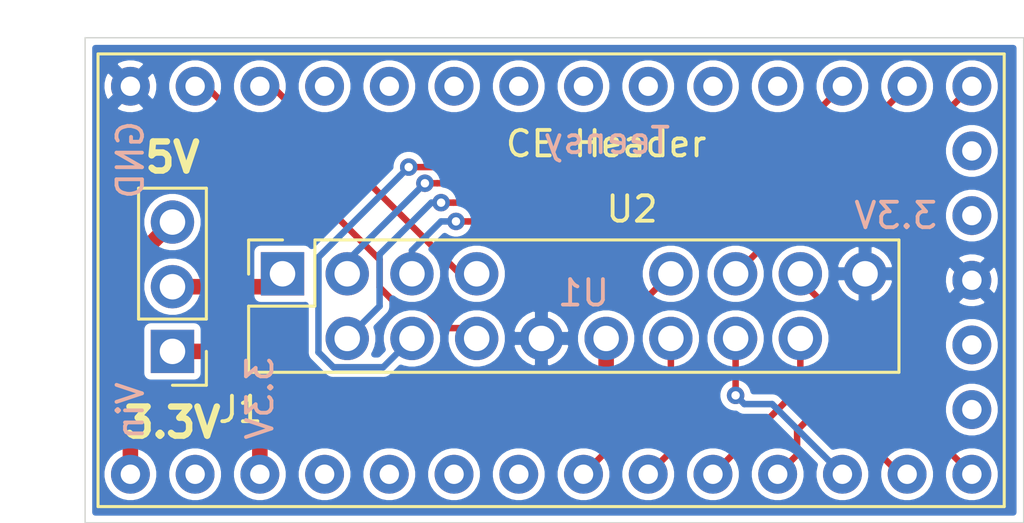
<source format=kicad_pcb>
(kicad_pcb (version 20171130) (host pcbnew 5.1.5)

  (general
    (thickness 1.6)
    (drawings 8)
    (tracks 85)
    (zones 0)
    (modules 3)
    (nets 34)
  )

  (page A4)
  (layers
    (0 F.Cu signal)
    (31 B.Cu signal)
    (32 B.Adhes user)
    (33 F.Adhes user)
    (34 B.Paste user)
    (35 F.Paste user)
    (36 B.SilkS user)
    (37 F.SilkS user)
    (38 B.Mask user)
    (39 F.Mask user)
    (40 Dwgs.User user)
    (41 Cmts.User user)
    (42 Eco1.User user)
    (43 Eco2.User user)
    (44 Edge.Cuts user)
    (45 Margin user)
    (46 B.CrtYd user)
    (47 F.CrtYd user)
    (48 B.Fab user)
    (49 F.Fab user)
  )

  (setup
    (last_trace_width 0.254)
    (user_trace_width 0.6096)
    (trace_clearance 0.1524)
    (zone_clearance 0.254)
    (zone_45_only no)
    (trace_min 0.254)
    (via_size 0.6858)
    (via_drill 0.3302)
    (via_min_size 0.6858)
    (via_min_drill 0.3302)
    (uvia_size 0.3)
    (uvia_drill 0.1)
    (uvias_allowed no)
    (uvia_min_size 0.2)
    (uvia_min_drill 0.1)
    (edge_width 0.05)
    (segment_width 0.2)
    (pcb_text_width 0.3)
    (pcb_text_size 1.5 1.5)
    (mod_edge_width 0.12)
    (mod_text_size 1 1)
    (mod_text_width 0.15)
    (pad_size 1.524 1.524)
    (pad_drill 0.762)
    (pad_to_mask_clearance 0.051)
    (solder_mask_min_width 0.25)
    (aux_axis_origin 0 0)
    (visible_elements FFFFFF7F)
    (pcbplotparams
      (layerselection 0x010fc_ffffffff)
      (usegerberextensions false)
      (usegerberattributes false)
      (usegerberadvancedattributes false)
      (creategerberjobfile false)
      (excludeedgelayer true)
      (linewidth 0.100000)
      (plotframeref false)
      (viasonmask false)
      (mode 1)
      (useauxorigin false)
      (hpglpennumber 1)
      (hpglpenspeed 20)
      (hpglpendiameter 15.000000)
      (psnegative false)
      (psa4output false)
      (plotreference true)
      (plotvalue false)
      (plotinvisibletext false)
      (padsonsilk false)
      (subtractmaskfromsilk false)
      (outputformat 1)
      (mirror false)
      (drillshape 0)
      (scaleselection 1)
      (outputdirectory "GERBERS/"))
  )

  (net 0 "")
  (net 1 /3.3V)
  (net 2 "Net-(J1-Pad2)")
  (net 3 /5V)
  (net 4 /DEVICE_TX)
  (net 5 /DEVICE_RX)
  (net 6 /GND)
  (net 7 "Net-(U1-Pad4)")
  (net 8 "Net-(U1-Pad5)")
  (net 9 "Net-(U1-Pad6)")
  (net 10 "Net-(U1-Pad7)")
  (net 11 "Net-(U1-Pad8)")
  (net 12 "Net-(U1-Pad9)")
  (net 13 "Net-(U1-Pad10)")
  (net 14 "Net-(U1-Pad11)")
  (net 15 /SPI_CS)
  (net 16 /SPI_MOSI)
  (net 17 /SPI_MISO)
  (net 18 "Net-(U1-Pad15)")
  (net 19 "Net-(U1-Pad16)")
  (net 20 "Net-(U1-Pad18)")
  (net 21 "Net-(U1-Pad19)")
  (net 22 /SPI_CLK)
  (net 23 /AIO_0)
  (net 24 /AIO_1)
  (net 25 /AIO_2)
  (net 26 /AIO_3)
  (net 27 /I2C_SDAT)
  (net 28 /I2C_SCLK)
  (net 29 "Net-(U1-Pad27)")
  (net 30 "Net-(U1-Pad28)")
  (net 31 "Net-(U1-Pad29)")
  (net 32 "Net-(U1-Pad30)")
  (net 33 "Net-(U1-Pad32)")

  (net_class Default "This is the default net class."
    (clearance 0.1524)
    (trace_width 0.254)
    (via_dia 0.6858)
    (via_drill 0.3302)
    (uvia_dia 0.3)
    (uvia_drill 0.1)
    (diff_pair_width 0.254)
    (diff_pair_gap 0.254)
    (add_net /3.3V)
    (add_net /5V)
    (add_net /AIO_0)
    (add_net /AIO_1)
    (add_net /AIO_2)
    (add_net /AIO_3)
    (add_net /DEVICE_RX)
    (add_net /DEVICE_TX)
    (add_net /GND)
    (add_net /I2C_SCLK)
    (add_net /I2C_SDAT)
    (add_net /SPI_CLK)
    (add_net /SPI_CS)
    (add_net /SPI_MISO)
    (add_net /SPI_MOSI)
    (add_net "Net-(J1-Pad2)")
    (add_net "Net-(U1-Pad10)")
    (add_net "Net-(U1-Pad11)")
    (add_net "Net-(U1-Pad15)")
    (add_net "Net-(U1-Pad16)")
    (add_net "Net-(U1-Pad18)")
    (add_net "Net-(U1-Pad19)")
    (add_net "Net-(U1-Pad27)")
    (add_net "Net-(U1-Pad28)")
    (add_net "Net-(U1-Pad29)")
    (add_net "Net-(U1-Pad30)")
    (add_net "Net-(U1-Pad32)")
    (add_net "Net-(U1-Pad4)")
    (add_net "Net-(U1-Pad5)")
    (add_net "Net-(U1-Pad6)")
    (add_net "Net-(U1-Pad7)")
    (add_net "Net-(U1-Pad8)")
    (add_net "Net-(U1-Pad9)")
  )

  (module teensy-breakout:TEENSY_3.2 (layer F.Cu) (tedit 5E3ED91B) (tstamp 5E3F600A)
    (at 145.923 83.185)
    (path /5E4C5F79)
    (fp_text reference U1 (at 0 0.5) (layer B.SilkS)
      (effects (font (size 1 1) (thickness 0.15)) (justify mirror))
    )
    (fp_text value TEENSY_3.2 (at 0 -10.16) (layer F.Fab)
      (effects (font (size 1 1) (thickness 0.15)))
    )
    (fp_line (start 16.51 -8.89) (end 16.51 8.89) (layer F.SilkS) (width 0.12))
    (fp_line (start -19.05 8.89) (end -19.05 -8.89) (layer F.SilkS) (width 0.12))
    (fp_line (start -19.05 -8.89) (end 16.51 -8.89) (layer F.SilkS) (width 0.12))
    (fp_line (start 16.51 8.89) (end -19.05 8.89) (layer F.SilkS) (width 0.12))
    (fp_text user GND (at -17.78 -6.35 90) (layer B.SilkS)
      (effects (font (size 1 1) (thickness 0.15)) (justify left mirror))
    )
    (fp_text user Vin (at -17.78 6.35 90) (layer B.SilkS)
      (effects (font (size 1 1) (thickness 0.15)) (justify right mirror))
    )
    (fp_text user 3.3V (at -12.7 6.35 90) (layer B.SilkS)
      (effects (font (size 1 1) (thickness 0.15)) (justify right mirror))
    )
    (fp_text user 3.3V (at 13.97 -2.54) (layer B.SilkS)
      (effects (font (size 1 1) (thickness 0.15)) (justify left mirror))
    )
    (pad 1 thru_hole circle (at -17.78 -7.62) (size 1.524 1.524) (drill 0.762) (layers *.Cu *.Mask)
      (net 6 /GND))
    (pad 2 thru_hole circle (at -15.24 -7.62) (size 1.524 1.524) (drill 0.762) (layers *.Cu *.Mask)
      (net 4 /DEVICE_TX))
    (pad 3 thru_hole circle (at -12.7 -7.62) (size 1.524 1.524) (drill 0.762) (layers *.Cu *.Mask)
      (net 5 /DEVICE_RX))
    (pad 4 thru_hole circle (at -10.16 -7.62) (size 1.524 1.524) (drill 0.762) (layers *.Cu *.Mask)
      (net 7 "Net-(U1-Pad4)"))
    (pad 5 thru_hole circle (at -7.62 -7.62) (size 1.524 1.524) (drill 0.762) (layers *.Cu *.Mask)
      (net 8 "Net-(U1-Pad5)"))
    (pad 6 thru_hole circle (at -5.08 -7.62) (size 1.524 1.524) (drill 0.762) (layers *.Cu *.Mask)
      (net 9 "Net-(U1-Pad6)"))
    (pad 7 thru_hole circle (at -2.54 -7.62) (size 1.524 1.524) (drill 0.762) (layers *.Cu *.Mask)
      (net 10 "Net-(U1-Pad7)"))
    (pad 8 thru_hole circle (at 0 -7.62) (size 1.524 1.524) (drill 0.762) (layers *.Cu *.Mask)
      (net 11 "Net-(U1-Pad8)"))
    (pad 9 thru_hole circle (at 2.54 -7.62) (size 1.524 1.524) (drill 0.762) (layers *.Cu *.Mask)
      (net 12 "Net-(U1-Pad9)"))
    (pad 10 thru_hole circle (at 5.08 -7.62) (size 1.524 1.524) (drill 0.762) (layers *.Cu *.Mask)
      (net 13 "Net-(U1-Pad10)"))
    (pad 11 thru_hole circle (at 7.62 -7.62) (size 1.524 1.524) (drill 0.762) (layers *.Cu *.Mask)
      (net 14 "Net-(U1-Pad11)"))
    (pad 12 thru_hole circle (at 10.16 -7.62) (size 1.524 1.524) (drill 0.762) (layers *.Cu *.Mask)
      (net 15 /SPI_CS))
    (pad 13 thru_hole circle (at 12.7 -7.62) (size 1.524 1.524) (drill 0.762) (layers *.Cu *.Mask)
      (net 16 /SPI_MOSI))
    (pad 14 thru_hole circle (at 15.24 -7.62) (size 1.524 1.524) (drill 0.762) (layers *.Cu *.Mask)
      (net 17 /SPI_MISO))
    (pad 15 thru_hole circle (at 15.24 -5.08) (size 1.524 1.524) (drill 0.762) (layers *.Cu *.Mask)
      (net 18 "Net-(U1-Pad15)"))
    (pad 16 thru_hole circle (at 15.24 -2.54) (size 1.524 1.524) (drill 0.762) (layers *.Cu *.Mask)
      (net 19 "Net-(U1-Pad16)"))
    (pad 17 thru_hole circle (at 15.24 0) (size 1.524 1.524) (drill 0.762) (layers *.Cu *.Mask)
      (net 6 /GND))
    (pad 18 thru_hole circle (at 15.24 2.54) (size 1.524 1.524) (drill 0.762) (layers *.Cu *.Mask)
      (net 20 "Net-(U1-Pad18)"))
    (pad 19 thru_hole circle (at 15.24 5.08) (size 1.524 1.524) (drill 0.762) (layers *.Cu *.Mask)
      (net 21 "Net-(U1-Pad19)"))
    (pad 20 thru_hole circle (at 15.24 7.62) (size 1.524 1.524) (drill 0.762) (layers *.Cu *.Mask)
      (net 22 /SPI_CLK))
    (pad 21 thru_hole circle (at 12.7 7.62) (size 1.524 1.524) (drill 0.762) (layers *.Cu *.Mask)
      (net 23 /AIO_0))
    (pad 22 thru_hole circle (at 10.16 7.62) (size 1.524 1.524) (drill 0.762) (layers *.Cu *.Mask)
      (net 24 /AIO_1))
    (pad 23 thru_hole circle (at 7.62 7.62) (size 1.524 1.524) (drill 0.762) (layers *.Cu *.Mask)
      (net 25 /AIO_2))
    (pad 24 thru_hole circle (at 5.08 7.62) (size 1.524 1.524) (drill 0.762) (layers *.Cu *.Mask)
      (net 26 /AIO_3))
    (pad 25 thru_hole circle (at 2.54 7.62) (size 1.524 1.524) (drill 0.762) (layers *.Cu *.Mask)
      (net 27 /I2C_SDAT))
    (pad 26 thru_hole circle (at 0 7.62) (size 1.524 1.524) (drill 0.762) (layers *.Cu *.Mask)
      (net 28 /I2C_SCLK))
    (pad 27 thru_hole circle (at -2.54 7.62) (size 1.524 1.524) (drill 0.762) (layers *.Cu *.Mask)
      (net 29 "Net-(U1-Pad27)"))
    (pad 28 thru_hole circle (at -5.08 7.62) (size 1.524 1.524) (drill 0.762) (layers *.Cu *.Mask)
      (net 30 "Net-(U1-Pad28)"))
    (pad 29 thru_hole circle (at -7.62 7.62) (size 1.524 1.524) (drill 0.762) (layers *.Cu *.Mask)
      (net 31 "Net-(U1-Pad29)"))
    (pad 30 thru_hole circle (at -10.16 7.62) (size 1.524 1.524) (drill 0.762) (layers *.Cu *.Mask)
      (net 32 "Net-(U1-Pad30)"))
    (pad 31 thru_hole circle (at -12.7 7.62) (size 1.524 1.524) (drill 0.762) (layers *.Cu *.Mask)
      (net 1 /3.3V))
    (pad 32 thru_hole circle (at -15.24 7.62) (size 1.524 1.524) (drill 0.762) (layers *.Cu *.Mask)
      (net 33 "Net-(U1-Pad32)"))
    (pad 33 thru_hole circle (at -17.78 7.62) (size 1.524 1.524) (drill 0.762) (layers *.Cu *.Mask)
      (net 3 /5V))
  )

  (module ce-header:CE_Header_Converter (layer F.Cu) (tedit 5E3ED716) (tstamp 5E3F60D8)
    (at 134.112 85.471 90)
    (descr "Through hole straight pin header, 2x10, 2.54mm pitch, double rows")
    (tags "Through hole pin header THT 2x10 2.54mm double row")
    (path /5E4C70BC)
    (fp_text reference U2 (at 5.08 13.716 180) (layer F.SilkS)
      (effects (font (size 1 1) (thickness 0.15)))
    )
    (fp_text value CE_HEADER (at 1.27 25.19 90) (layer F.Fab)
      (effects (font (size 1 1) (thickness 0.15)))
    )
    (fp_text user %R (at 1.27 11.43) (layer F.Fab)
      (effects (font (size 1 1) (thickness 0.15)))
    )
    (fp_line (start 4.35 -1.8) (end -1.8 -1.8) (layer F.CrtYd) (width 0.05))
    (fp_line (start 4.35 24.65) (end 4.35 -1.8) (layer F.CrtYd) (width 0.05))
    (fp_line (start -1.8 24.65) (end 4.35 24.65) (layer F.CrtYd) (width 0.05))
    (fp_line (start -1.8 -1.8) (end -1.8 24.65) (layer F.CrtYd) (width 0.05))
    (fp_line (start 2.52826 -1.33) (end 3.85826 -1.33) (layer F.SilkS) (width 0.12))
    (fp_line (start 3.87 0) (end 3.87 -1.33) (layer F.SilkS) (width 0.12))
    (fp_line (start -1.32842 -1.33) (end 1.27158 -1.33) (layer F.SilkS) (width 0.12))
    (fp_line (start 1.27 1.27) (end 1.27 -1.33) (layer F.SilkS) (width 0.12))
    (fp_line (start 1.27 1.27) (end 3.81 1.27) (layer F.SilkS) (width 0.12))
    (fp_line (start 3.87 1.27) (end 3.87 24.19) (layer F.SilkS) (width 0.12))
    (fp_line (start -1.33 -1.33) (end -1.33 24.19) (layer F.SilkS) (width 0.12))
    (fp_line (start -1.33 24.19) (end 3.87 24.19) (layer F.SilkS) (width 0.12))
    (fp_line (start -1.27 24.13) (end -1.27 0) (layer F.Fab) (width 0.1))
    (fp_line (start 3.81 24.13) (end -1.27 24.13) (layer F.Fab) (width 0.1))
    (fp_line (start 3.81 0) (end 2.54 -1.27) (layer F.Fab) (width 0.12))
    (fp_line (start -1.27 0) (end -1.27 -1.27) (layer F.Fab) (width 0.12))
    (fp_line (start -1.27 -1.27) (end 0 -1.27) (layer F.Fab) (width 0.12))
    (fp_line (start 2.54 -1.27) (end 0 -1.27) (layer F.Fab) (width 0.12))
    (fp_line (start 3.81 0) (end 3.81 24.13) (layer F.Fab) (width 0.12))
    (pad 19 thru_hole oval (at 2.54 22.86 90) (size 1.7 1.7) (drill 1) (layers *.Cu *.Mask)
      (net 6 /GND))
    (pad 18 thru_hole oval (at 0 20.32 90) (size 1.7 1.7) (drill 1) (layers *.Cu *.Mask)
      (net 26 /AIO_3))
    (pad 17 thru_hole oval (at 2.54 20.32 90) (size 1.7 1.7) (drill 1) (layers *.Cu *.Mask)
      (net 25 /AIO_2))
    (pad 16 thru_hole oval (at 0 17.78 90) (size 1.7 1.7) (drill 1) (layers *.Cu *.Mask)
      (net 24 /AIO_1))
    (pad 15 thru_hole oval (at 2.54 17.78 90) (size 1.7 1.7) (drill 1) (layers *.Cu *.Mask)
      (net 23 /AIO_0))
    (pad 14 thru_hole oval (at 0 15.24 90) (size 1.7 1.7) (drill 1) (layers *.Cu *.Mask)
      (net 27 /I2C_SDAT))
    (pad 13 thru_hole oval (at 2.54 15.24 90) (size 1.7 1.7) (drill 1) (layers *.Cu *.Mask)
      (net 28 /I2C_SCLK))
    (pad 12 thru_hole oval (at 0 12.7 90) (size 1.7 1.7) (drill 1) (layers *.Cu *.Mask)
      (net 1 /3.3V))
    (pad 10 thru_hole oval (at 0 10.16 90) (size 1.7 1.7) (drill 1) (layers *.Cu *.Mask)
      (net 6 /GND))
    (pad 8 thru_hole oval (at 0 7.62 90) (size 1.7 1.7) (drill 1) (layers *.Cu *.Mask)
      (net 4 /DEVICE_TX))
    (pad 7 thru_hole oval (at 2.54 7.62 90) (size 1.7 1.7) (drill 1) (layers *.Cu *.Mask)
      (net 5 /DEVICE_RX))
    (pad 6 thru_hole oval (at 0 5.08 90) (size 1.7 1.7) (drill 1) (layers *.Cu *.Mask)
      (net 15 /SPI_CS))
    (pad 5 thru_hole oval (at 2.54 5.08 90) (size 1.7 1.7) (drill 1) (layers *.Cu *.Mask)
      (net 22 /SPI_CLK))
    (pad 4 thru_hole oval (at 0 2.54 90) (size 1.7 1.7) (drill 1) (layers *.Cu *.Mask)
      (net 17 /SPI_MISO))
    (pad 3 thru_hole oval (at 2.54 2.54 90) (size 1.7 1.7) (drill 1) (layers *.Cu *.Mask)
      (net 16 /SPI_MOSI))
    (pad 1 thru_hole rect (at 2.54 0 90) (size 1.7 1.7) (drill 1) (layers *.Cu *.Mask)
      (net 2 "Net-(J1-Pad2)"))
    (model ${KISYS3DMOD}/Connector_PinHeader_2.54mm.3dshapes/PinHeader_2x10_P2.54mm_Vertical.wrl
      (at (xyz 0 0 0))
      (scale (xyz 1 1 1))
      (rotate (xyz 0 0 0))
    )
  )

  (module Connector_PinHeader_2.54mm:PinHeader_1x03_P2.54mm_Vertical (layer F.Cu) (tedit 59FED5CC) (tstamp 5E3F4BE3)
    (at 129.794 85.979 180)
    (descr "Through hole straight pin header, 1x03, 2.54mm pitch, single row")
    (tags "Through hole pin header THT 1x03 2.54mm single row")
    (path /5E3ECD4D)
    (fp_text reference J1 (at -2.667 -2.286) (layer F.SilkS)
      (effects (font (size 1 1) (thickness 0.15)))
    )
    (fp_text value Conn_01x03_Male (at 0 7.41) (layer F.Fab)
      (effects (font (size 1 1) (thickness 0.15)))
    )
    (fp_line (start -0.635 -1.27) (end 1.27 -1.27) (layer F.Fab) (width 0.1))
    (fp_line (start 1.27 -1.27) (end 1.27 6.35) (layer F.Fab) (width 0.1))
    (fp_line (start 1.27 6.35) (end -1.27 6.35) (layer F.Fab) (width 0.1))
    (fp_line (start -1.27 6.35) (end -1.27 -0.635) (layer F.Fab) (width 0.1))
    (fp_line (start -1.27 -0.635) (end -0.635 -1.27) (layer F.Fab) (width 0.1))
    (fp_line (start -1.33 6.41) (end 1.33 6.41) (layer F.SilkS) (width 0.12))
    (fp_line (start -1.33 1.27) (end -1.33 6.41) (layer F.SilkS) (width 0.12))
    (fp_line (start 1.33 1.27) (end 1.33 6.41) (layer F.SilkS) (width 0.12))
    (fp_line (start -1.33 1.27) (end 1.33 1.27) (layer F.SilkS) (width 0.12))
    (fp_line (start -1.33 0) (end -1.33 -1.33) (layer F.SilkS) (width 0.12))
    (fp_line (start -1.33 -1.33) (end 0 -1.33) (layer F.SilkS) (width 0.12))
    (fp_line (start -1.8 -1.8) (end -1.8 6.85) (layer F.CrtYd) (width 0.05))
    (fp_line (start -1.8 6.85) (end 1.8 6.85) (layer F.CrtYd) (width 0.05))
    (fp_line (start 1.8 6.85) (end 1.8 -1.8) (layer F.CrtYd) (width 0.05))
    (fp_line (start 1.8 -1.8) (end -1.8 -1.8) (layer F.CrtYd) (width 0.05))
    (fp_text user %R (at 0 2.54 90) (layer F.Fab)
      (effects (font (size 1 1) (thickness 0.15)))
    )
    (pad 1 thru_hole rect (at 0 0 180) (size 1.7 1.7) (drill 1) (layers *.Cu *.Mask)
      (net 1 /3.3V))
    (pad 2 thru_hole oval (at 0 2.54 180) (size 1.7 1.7) (drill 1) (layers *.Cu *.Mask)
      (net 2 "Net-(J1-Pad2)"))
    (pad 3 thru_hole oval (at 0 5.08 180) (size 1.7 1.7) (drill 1) (layers *.Cu *.Mask)
      (net 3 /5V))
    (model ${KISYS3DMOD}/Connector_PinHeader_2.54mm.3dshapes/PinHeader_1x03_P2.54mm_Vertical.wrl
      (at (xyz 0 0 0))
      (scale (xyz 1 1 1))
      (rotate (xyz 0 0 0))
    )
  )

  (gr_text Teensy (at 146.8374 77.6986) (layer B.SilkS)
    (effects (font (size 1 1) (thickness 0.15)) (justify mirror))
  )
  (gr_text "CE Header" (at 146.812 77.8256) (layer F.SilkS)
    (effects (font (size 1 1) (thickness 0.15)))
  )
  (gr_line (start 126.365 92.71) (end 126.365 73.66) (layer Edge.Cuts) (width 0.05) (tstamp 5E3F76A3))
  (gr_line (start 163.195 92.71) (end 126.365 92.71) (layer Edge.Cuts) (width 0.05))
  (gr_line (start 163.195 73.66) (end 163.195 92.71) (layer Edge.Cuts) (width 0.05))
  (gr_line (start 126.365 73.66) (end 163.195 73.66) (layer Edge.Cuts) (width 0.05))
  (gr_text 3.3V (at 129.794 88.773) (layer F.SilkS)
    (effects (font (size 1.143 1.143) (thickness 0.254)))
  )
  (gr_text 5V (at 129.794 78.359) (layer F.SilkS)
    (effects (font (size 1.143 1.143) (thickness 0.254)))
  )

  (segment (start 133.223 89.72737) (end 133.223 90.805) (width 0.6096) (layer F.Cu) (net 1))
  (segment (start 133.223 87.9484) (end 133.223 89.72737) (width 0.6096) (layer F.Cu) (net 1))
  (segment (start 131.2536 85.979) (end 133.223 87.9484) (width 0.6096) (layer F.Cu) (net 1))
  (segment (start 129.794 85.979) (end 131.2536 85.979) (width 0.6096) (layer F.Cu) (net 1))
  (segment (start 146.812 86.673081) (end 145.536681 87.9484) (width 0.6096) (layer F.Cu) (net 1))
  (segment (start 145.536681 87.9484) (end 133.223 87.9484) (width 0.6096) (layer F.Cu) (net 1))
  (segment (start 146.812 85.471) (end 146.812 86.673081) (width 0.6096) (layer F.Cu) (net 1))
  (segment (start 133.604 83.439) (end 134.112 82.931) (width 0.6096) (layer F.Cu) (net 2))
  (segment (start 129.794 83.439) (end 133.604 83.439) (width 0.6096) (layer F.Cu) (net 2))
  (segment (start 128.143 82.55) (end 128.143 90.805) (width 0.6096) (layer F.Cu) (net 3))
  (segment (start 129.794 80.899) (end 128.143 82.55) (width 0.6096) (layer F.Cu) (net 3))
  (segment (start 131.1148 75.565) (end 130.683 75.565) (width 0.254) (layer F.Cu) (net 4))
  (segment (start 137.922 82.3722) (end 131.1148 75.565) (width 0.254) (layer F.Cu) (net 4))
  (segment (start 140.4874 85.0646) (end 139.6238 84.201) (width 0.254) (layer F.Cu) (net 4))
  (segment (start 138.6586 84.201) (end 137.922 83.4644) (width 0.254) (layer F.Cu) (net 4))
  (segment (start 137.922 83.4644) (end 137.922 82.3722) (width 0.254) (layer F.Cu) (net 4))
  (segment (start 141.3256 85.0646) (end 140.4874 85.0646) (width 0.254) (layer F.Cu) (net 4))
  (segment (start 141.732 85.471) (end 141.3256 85.0646) (width 0.254) (layer F.Cu) (net 4))
  (segment (start 139.6238 84.201) (end 138.6586 84.201) (width 0.254) (layer F.Cu) (net 4))
  (segment (start 133.459 75.801) (end 133.223 75.565) (width 0.254) (layer F.Cu) (net 5))
  (segment (start 141.0716 82.931) (end 141.732 82.931) (width 0.254) (layer F.Cu) (net 5))
  (segment (start 133.223 75.565) (end 133.7056 75.565) (width 0.254) (layer F.Cu) (net 5))
  (segment (start 133.7056 75.565) (end 141.0716 82.931) (width 0.254) (layer F.Cu) (net 5))
  (via (at 139.065001 78.74) (size 0.6858) (drill 0.3302) (layers F.Cu B.Cu) (net 15))
  (segment (start 135.522599 86.013113) (end 135.522599 82.282402) (width 0.254) (layer B.Cu) (net 15))
  (segment (start 138.722102 79.082899) (end 139.065001 78.74) (width 0.254) (layer B.Cu) (net 15))
  (segment (start 152.908 78.74) (end 139.549934 78.74) (width 0.254) (layer F.Cu) (net 15))
  (segment (start 139.192 85.471) (end 138.062599 86.600401) (width 0.254) (layer B.Cu) (net 15))
  (segment (start 156.083 75.565) (end 152.908 78.74) (width 0.254) (layer F.Cu) (net 15))
  (segment (start 139.549934 78.74) (end 139.065001 78.74) (width 0.254) (layer F.Cu) (net 15))
  (segment (start 135.522599 82.282402) (end 138.722102 79.082899) (width 0.254) (layer B.Cu) (net 15))
  (segment (start 136.109887 86.600401) (end 135.522599 86.013113) (width 0.254) (layer B.Cu) (net 15))
  (segment (start 138.062599 86.600401) (end 136.109887 86.600401) (width 0.254) (layer B.Cu) (net 15))
  (segment (start 154.813 79.375) (end 140.184933 79.375) (width 0.254) (layer F.Cu) (net 16))
  (segment (start 158.623 75.565) (end 154.813 79.375) (width 0.254) (layer F.Cu) (net 16))
  (segment (start 140.184933 79.375) (end 139.7 79.375) (width 0.254) (layer F.Cu) (net 16))
  (via (at 139.7 79.375) (size 0.6858) (drill 0.3302) (layers F.Cu B.Cu) (net 16))
  (segment (start 136.652 82.423) (end 139.7 79.375) (width 0.254) (layer B.Cu) (net 16))
  (segment (start 136.652 82.931) (end 136.652 82.423) (width 0.254) (layer B.Cu) (net 16))
  (via (at 140.335 80.137004) (size 0.6858) (drill 0.3302) (layers F.Cu B.Cu) (net 17))
  (segment (start 161.163 75.565) (end 156.590996 80.137004) (width 0.254) (layer F.Cu) (net 17))
  (segment (start 156.590996 80.137004) (end 140.819933 80.137004) (width 0.254) (layer F.Cu) (net 17))
  (segment (start 140.819933 80.137004) (end 140.335 80.137004) (width 0.254) (layer F.Cu) (net 17))
  (segment (start 140.334996 80.137) (end 140.335 80.137004) (width 0.254) (layer B.Cu) (net 17))
  (segment (start 139.954 80.137) (end 140.334996 80.137) (width 0.254) (layer B.Cu) (net 17))
  (segment (start 137.922 82.169) (end 139.954 80.137) (width 0.254) (layer B.Cu) (net 17))
  (segment (start 136.652 85.471) (end 137.922 84.201) (width 0.254) (layer B.Cu) (net 17))
  (segment (start 137.922 84.201) (end 137.922 82.169) (width 0.254) (layer B.Cu) (net 17))
  (via (at 140.9192 80.8736) (size 0.6858) (drill 0.3302) (layers F.Cu B.Cu) (net 22))
  (segment (start 159.0548 88.6968) (end 159.0548 82.7024) (width 0.254) (layer F.Cu) (net 22))
  (segment (start 157.226 80.8736) (end 141.404133 80.8736) (width 0.254) (layer F.Cu) (net 22))
  (segment (start 159.0548 82.7024) (end 157.226 80.8736) (width 0.254) (layer F.Cu) (net 22))
  (segment (start 161.163 90.805) (end 159.0548 88.6968) (width 0.254) (layer F.Cu) (net 22))
  (segment (start 141.404133 80.8736) (end 140.9192 80.8736) (width 0.254) (layer F.Cu) (net 22))
  (segment (start 140.335 80.8736) (end 140.9192 80.8736) (width 0.254) (layer B.Cu) (net 22))
  (segment (start 139.192 82.931) (end 139.192 82.0166) (width 0.254) (layer B.Cu) (net 22))
  (segment (start 139.192 82.0166) (end 140.335 80.8736) (width 0.254) (layer B.Cu) (net 22))
  (segment (start 158.3436 90.805) (end 158.623 90.805) (width 0.254) (layer F.Cu) (net 23))
  (segment (start 157.2006 89.662) (end 158.3436 90.805) (width 0.254) (layer F.Cu) (net 23))
  (segment (start 157.2006 85.0138) (end 157.2006 89.662) (width 0.254) (layer F.Cu) (net 23))
  (segment (start 153.2128 81.6102) (end 155.0924 81.6102) (width 0.254) (layer F.Cu) (net 23))
  (segment (start 151.892 82.931) (end 153.2128 81.6102) (width 0.254) (layer F.Cu) (net 23))
  (segment (start 155.0924 81.6102) (end 155.702 82.2198) (width 0.254) (layer F.Cu) (net 23))
  (segment (start 155.702 82.2198) (end 155.702 83.5152) (width 0.254) (layer F.Cu) (net 23))
  (segment (start 155.702 83.5152) (end 157.2006 85.0138) (width 0.254) (layer F.Cu) (net 23))
  (segment (start 151.892 85.471) (end 151.892 87.7062) (width 0.254) (layer F.Cu) (net 24))
  (via (at 151.892 87.7062) (size 0.6858) (drill 0.3302) (layers F.Cu B.Cu) (net 24))
  (segment (start 155.321001 90.043001) (end 156.083 90.805) (width 0.254) (layer B.Cu) (net 24))
  (segment (start 153.327099 88.049099) (end 155.321001 90.043001) (width 0.254) (layer B.Cu) (net 24))
  (segment (start 152.234899 88.049099) (end 153.327099 88.049099) (width 0.254) (layer B.Cu) (net 24))
  (segment (start 151.892 87.7062) (end 152.234899 88.049099) (width 0.254) (layer B.Cu) (net 24))
  (segment (start 154.304999 90.043001) (end 153.543 90.805) (width 0.254) (layer F.Cu) (net 25))
  (segment (start 154.432 83.185) (end 156.2354 84.9884) (width 0.254) (layer F.Cu) (net 25))
  (segment (start 154.432 82.931) (end 154.432 83.185) (width 0.254) (layer F.Cu) (net 25))
  (segment (start 156.2354 84.9884) (end 156.2354 87.1474) (width 0.254) (layer F.Cu) (net 25))
  (segment (start 156.2354 87.1474) (end 154.304999 89.077801) (width 0.254) (layer F.Cu) (net 25))
  (segment (start 154.304999 89.077801) (end 154.304999 90.043001) (width 0.254) (layer F.Cu) (net 25))
  (segment (start 154.432 87.376) (end 154.432 85.471) (width 0.254) (layer F.Cu) (net 26))
  (segment (start 151.003 90.805) (end 154.432 87.376) (width 0.254) (layer F.Cu) (net 26))
  (segment (start 149.352 89.916) (end 148.463 90.805) (width 0.254) (layer F.Cu) (net 27))
  (segment (start 149.352 85.471) (end 149.352 89.916) (width 0.254) (layer F.Cu) (net 27))
  (segment (start 146.684999 90.043001) (end 145.923 90.805) (width 0.254) (layer F.Cu) (net 28))
  (segment (start 148.082 88.646) (end 146.684999 90.043001) (width 0.254) (layer F.Cu) (net 28))
  (segment (start 149.352 82.931) (end 148.082 84.201) (width 0.254) (layer F.Cu) (net 28))
  (segment (start 148.082 84.201) (end 148.082 88.646) (width 0.254) (layer F.Cu) (net 28))

  (zone (net 6) (net_name /GND) (layer B.Cu) (tstamp 5E3F0F39) (hatch edge 0.508)
    (connect_pads (clearance 0.254))
    (min_thickness 0.254)
    (fill yes (arc_segments 32) (thermal_gap 0.254) (thermal_bridge_width 0.508))
    (polygon
      (pts
        (xy 163.195 92.71) (xy 126.365 92.71) (xy 126.365 73.66) (xy 163.195 73.66)
      )
    )
    (filled_polygon
      (pts
        (xy 162.789001 92.304) (xy 126.771 92.304) (xy 126.771 90.692424) (xy 127 90.692424) (xy 127 90.917576)
        (xy 127.043925 91.138401) (xy 127.130087 91.346413) (xy 127.255174 91.53362) (xy 127.41438 91.692826) (xy 127.601587 91.817913)
        (xy 127.809599 91.904075) (xy 128.030424 91.948) (xy 128.255576 91.948) (xy 128.476401 91.904075) (xy 128.684413 91.817913)
        (xy 128.87162 91.692826) (xy 129.030826 91.53362) (xy 129.155913 91.346413) (xy 129.242075 91.138401) (xy 129.286 90.917576)
        (xy 129.286 90.692424) (xy 129.54 90.692424) (xy 129.54 90.917576) (xy 129.583925 91.138401) (xy 129.670087 91.346413)
        (xy 129.795174 91.53362) (xy 129.95438 91.692826) (xy 130.141587 91.817913) (xy 130.349599 91.904075) (xy 130.570424 91.948)
        (xy 130.795576 91.948) (xy 131.016401 91.904075) (xy 131.224413 91.817913) (xy 131.41162 91.692826) (xy 131.570826 91.53362)
        (xy 131.695913 91.346413) (xy 131.782075 91.138401) (xy 131.826 90.917576) (xy 131.826 90.692424) (xy 132.08 90.692424)
        (xy 132.08 90.917576) (xy 132.123925 91.138401) (xy 132.210087 91.346413) (xy 132.335174 91.53362) (xy 132.49438 91.692826)
        (xy 132.681587 91.817913) (xy 132.889599 91.904075) (xy 133.110424 91.948) (xy 133.335576 91.948) (xy 133.556401 91.904075)
        (xy 133.764413 91.817913) (xy 133.95162 91.692826) (xy 134.110826 91.53362) (xy 134.235913 91.346413) (xy 134.322075 91.138401)
        (xy 134.366 90.917576) (xy 134.366 90.692424) (xy 134.62 90.692424) (xy 134.62 90.917576) (xy 134.663925 91.138401)
        (xy 134.750087 91.346413) (xy 134.875174 91.53362) (xy 135.03438 91.692826) (xy 135.221587 91.817913) (xy 135.429599 91.904075)
        (xy 135.650424 91.948) (xy 135.875576 91.948) (xy 136.096401 91.904075) (xy 136.304413 91.817913) (xy 136.49162 91.692826)
        (xy 136.650826 91.53362) (xy 136.775913 91.346413) (xy 136.862075 91.138401) (xy 136.906 90.917576) (xy 136.906 90.692424)
        (xy 137.16 90.692424) (xy 137.16 90.917576) (xy 137.203925 91.138401) (xy 137.290087 91.346413) (xy 137.415174 91.53362)
        (xy 137.57438 91.692826) (xy 137.761587 91.817913) (xy 137.969599 91.904075) (xy 138.190424 91.948) (xy 138.415576 91.948)
        (xy 138.636401 91.904075) (xy 138.844413 91.817913) (xy 139.03162 91.692826) (xy 139.190826 91.53362) (xy 139.315913 91.346413)
        (xy 139.402075 91.138401) (xy 139.446 90.917576) (xy 139.446 90.692424) (xy 139.7 90.692424) (xy 139.7 90.917576)
        (xy 139.743925 91.138401) (xy 139.830087 91.346413) (xy 139.955174 91.53362) (xy 140.11438 91.692826) (xy 140.301587 91.817913)
        (xy 140.509599 91.904075) (xy 140.730424 91.948) (xy 140.955576 91.948) (xy 141.176401 91.904075) (xy 141.384413 91.817913)
        (xy 141.57162 91.692826) (xy 141.730826 91.53362) (xy 141.855913 91.346413) (xy 141.942075 91.138401) (xy 141.986 90.917576)
        (xy 141.986 90.692424) (xy 142.24 90.692424) (xy 142.24 90.917576) (xy 142.283925 91.138401) (xy 142.370087 91.346413)
        (xy 142.495174 91.53362) (xy 142.65438 91.692826) (xy 142.841587 91.817913) (xy 143.049599 91.904075) (xy 143.270424 91.948)
        (xy 143.495576 91.948) (xy 143.716401 91.904075) (xy 143.924413 91.817913) (xy 144.11162 91.692826) (xy 144.270826 91.53362)
        (xy 144.395913 91.346413) (xy 144.482075 91.138401) (xy 144.526 90.917576) (xy 144.526 90.692424) (xy 144.78 90.692424)
        (xy 144.78 90.917576) (xy 144.823925 91.138401) (xy 144.910087 91.346413) (xy 145.035174 91.53362) (xy 145.19438 91.692826)
        (xy 145.381587 91.817913) (xy 145.589599 91.904075) (xy 145.810424 91.948) (xy 146.035576 91.948) (xy 146.256401 91.904075)
        (xy 146.464413 91.817913) (xy 146.65162 91.692826) (xy 146.810826 91.53362) (xy 146.935913 91.346413) (xy 147.022075 91.138401)
        (xy 147.066 90.917576) (xy 147.066 90.692424) (xy 147.32 90.692424) (xy 147.32 90.917576) (xy 147.363925 91.138401)
        (xy 147.450087 91.346413) (xy 147.575174 91.53362) (xy 147.73438 91.692826) (xy 147.921587 91.817913) (xy 148.129599 91.904075)
        (xy 148.350424 91.948) (xy 148.575576 91.948) (xy 148.796401 91.904075) (xy 149.004413 91.817913) (xy 149.19162 91.692826)
        (xy 149.350826 91.53362) (xy 149.475913 91.346413) (xy 149.562075 91.138401) (xy 149.606 90.917576) (xy 149.606 90.692424)
        (xy 149.86 90.692424) (xy 149.86 90.917576) (xy 149.903925 91.138401) (xy 149.990087 91.346413) (xy 150.115174 91.53362)
        (xy 150.27438 91.692826) (xy 150.461587 91.817913) (xy 150.669599 91.904075) (xy 150.890424 91.948) (xy 151.115576 91.948)
        (xy 151.336401 91.904075) (xy 151.544413 91.817913) (xy 151.73162 91.692826) (xy 151.890826 91.53362) (xy 152.015913 91.346413)
        (xy 152.102075 91.138401) (xy 152.146 90.917576) (xy 152.146 90.692424) (xy 152.4 90.692424) (xy 152.4 90.917576)
        (xy 152.443925 91.138401) (xy 152.530087 91.346413) (xy 152.655174 91.53362) (xy 152.81438 91.692826) (xy 153.001587 91.817913)
        (xy 153.209599 91.904075) (xy 153.430424 91.948) (xy 153.655576 91.948) (xy 153.876401 91.904075) (xy 154.084413 91.817913)
        (xy 154.27162 91.692826) (xy 154.430826 91.53362) (xy 154.555913 91.346413) (xy 154.642075 91.138401) (xy 154.686 90.917576)
        (xy 154.686 90.692424) (xy 154.642075 90.471599) (xy 154.555913 90.263587) (xy 154.430826 90.07638) (xy 154.27162 89.917174)
        (xy 154.084413 89.792087) (xy 153.876401 89.705925) (xy 153.655576 89.662) (xy 153.430424 89.662) (xy 153.209599 89.705925)
        (xy 153.001587 89.792087) (xy 152.81438 89.917174) (xy 152.655174 90.07638) (xy 152.530087 90.263587) (xy 152.443925 90.471599)
        (xy 152.4 90.692424) (xy 152.146 90.692424) (xy 152.102075 90.471599) (xy 152.015913 90.263587) (xy 151.890826 90.07638)
        (xy 151.73162 89.917174) (xy 151.544413 89.792087) (xy 151.336401 89.705925) (xy 151.115576 89.662) (xy 150.890424 89.662)
        (xy 150.669599 89.705925) (xy 150.461587 89.792087) (xy 150.27438 89.917174) (xy 150.115174 90.07638) (xy 149.990087 90.263587)
        (xy 149.903925 90.471599) (xy 149.86 90.692424) (xy 149.606 90.692424) (xy 149.562075 90.471599) (xy 149.475913 90.263587)
        (xy 149.350826 90.07638) (xy 149.19162 89.917174) (xy 149.004413 89.792087) (xy 148.796401 89.705925) (xy 148.575576 89.662)
        (xy 148.350424 89.662) (xy 148.129599 89.705925) (xy 147.921587 89.792087) (xy 147.73438 89.917174) (xy 147.575174 90.07638)
        (xy 147.450087 90.263587) (xy 147.363925 90.471599) (xy 147.32 90.692424) (xy 147.066 90.692424) (xy 147.022075 90.471599)
        (xy 146.935913 90.263587) (xy 146.810826 90.07638) (xy 146.65162 89.917174) (xy 146.464413 89.792087) (xy 146.256401 89.705925)
        (xy 146.035576 89.662) (xy 145.810424 89.662) (xy 145.589599 89.705925) (xy 145.381587 89.792087) (xy 145.19438 89.917174)
        (xy 145.035174 90.07638) (xy 144.910087 90.263587) (xy 144.823925 90.471599) (xy 144.78 90.692424) (xy 144.526 90.692424)
        (xy 144.482075 90.471599) (xy 144.395913 90.263587) (xy 144.270826 90.07638) (xy 144.11162 89.917174) (xy 143.924413 89.792087)
        (xy 143.716401 89.705925) (xy 143.495576 89.662) (xy 143.270424 89.662) (xy 143.049599 89.705925) (xy 142.841587 89.792087)
        (xy 142.65438 89.917174) (xy 142.495174 90.07638) (xy 142.370087 90.263587) (xy 142.283925 90.471599) (xy 142.24 90.692424)
        (xy 141.986 90.692424) (xy 141.942075 90.471599) (xy 141.855913 90.263587) (xy 141.730826 90.07638) (xy 141.57162 89.917174)
        (xy 141.384413 89.792087) (xy 141.176401 89.705925) (xy 140.955576 89.662) (xy 140.730424 89.662) (xy 140.509599 89.705925)
        (xy 140.301587 89.792087) (xy 140.11438 89.917174) (xy 139.955174 90.07638) (xy 139.830087 90.263587) (xy 139.743925 90.471599)
        (xy 139.7 90.692424) (xy 139.446 90.692424) (xy 139.402075 90.471599) (xy 139.315913 90.263587) (xy 139.190826 90.07638)
        (xy 139.03162 89.917174) (xy 138.844413 89.792087) (xy 138.636401 89.705925) (xy 138.415576 89.662) (xy 138.190424 89.662)
        (xy 137.969599 89.705925) (xy 137.761587 89.792087) (xy 137.57438 89.917174) (xy 137.415174 90.07638) (xy 137.290087 90.263587)
        (xy 137.203925 90.471599) (xy 137.16 90.692424) (xy 136.906 90.692424) (xy 136.862075 90.471599) (xy 136.775913 90.263587)
        (xy 136.650826 90.07638) (xy 136.49162 89.917174) (xy 136.304413 89.792087) (xy 136.096401 89.705925) (xy 135.875576 89.662)
        (xy 135.650424 89.662) (xy 135.429599 89.705925) (xy 135.221587 89.792087) (xy 135.03438 89.917174) (xy 134.875174 90.07638)
        (xy 134.750087 90.263587) (xy 134.663925 90.471599) (xy 134.62 90.692424) (xy 134.366 90.692424) (xy 134.322075 90.471599)
        (xy 134.235913 90.263587) (xy 134.110826 90.07638) (xy 133.95162 89.917174) (xy 133.764413 89.792087) (xy 133.556401 89.705925)
        (xy 133.335576 89.662) (xy 133.110424 89.662) (xy 132.889599 89.705925) (xy 132.681587 89.792087) (xy 132.49438 89.917174)
        (xy 132.335174 90.07638) (xy 132.210087 90.263587) (xy 132.123925 90.471599) (xy 132.08 90.692424) (xy 131.826 90.692424)
        (xy 131.782075 90.471599) (xy 131.695913 90.263587) (xy 131.570826 90.07638) (xy 131.41162 89.917174) (xy 131.224413 89.792087)
        (xy 131.016401 89.705925) (xy 130.795576 89.662) (xy 130.570424 89.662) (xy 130.349599 89.705925) (xy 130.141587 89.792087)
        (xy 129.95438 89.917174) (xy 129.795174 90.07638) (xy 129.670087 90.263587) (xy 129.583925 90.471599) (xy 129.54 90.692424)
        (xy 129.286 90.692424) (xy 129.242075 90.471599) (xy 129.155913 90.263587) (xy 129.030826 90.07638) (xy 128.87162 89.917174)
        (xy 128.684413 89.792087) (xy 128.476401 89.705925) (xy 128.255576 89.662) (xy 128.030424 89.662) (xy 127.809599 89.705925)
        (xy 127.601587 89.792087) (xy 127.41438 89.917174) (xy 127.255174 90.07638) (xy 127.130087 90.263587) (xy 127.043925 90.471599)
        (xy 127 90.692424) (xy 126.771 90.692424) (xy 126.771 87.634902) (xy 151.1681 87.634902) (xy 151.1681 87.777498)
        (xy 151.195919 87.917354) (xy 151.250488 88.049095) (xy 151.32971 88.16766) (xy 151.43054 88.26849) (xy 151.549105 88.347712)
        (xy 151.680846 88.402281) (xy 151.820702 88.4301) (xy 151.898386 88.4301) (xy 151.951303 88.473528) (xy 152.039554 88.520699)
        (xy 152.039556 88.5207) (xy 152.135314 88.549748) (xy 152.209952 88.557099) (xy 152.209954 88.557099) (xy 152.234898 88.559556)
        (xy 152.259842 88.557099) (xy 153.116679 88.557099) (xy 154.97943 90.419851) (xy 154.979435 90.419855) (xy 154.997765 90.438185)
        (xy 154.983925 90.471599) (xy 154.94 90.692424) (xy 154.94 90.917576) (xy 154.983925 91.138401) (xy 155.070087 91.346413)
        (xy 155.195174 91.53362) (xy 155.35438 91.692826) (xy 155.541587 91.817913) (xy 155.749599 91.904075) (xy 155.970424 91.948)
        (xy 156.195576 91.948) (xy 156.416401 91.904075) (xy 156.624413 91.817913) (xy 156.81162 91.692826) (xy 156.970826 91.53362)
        (xy 157.095913 91.346413) (xy 157.182075 91.138401) (xy 157.226 90.917576) (xy 157.226 90.692424) (xy 157.48 90.692424)
        (xy 157.48 90.917576) (xy 157.523925 91.138401) (xy 157.610087 91.346413) (xy 157.735174 91.53362) (xy 157.89438 91.692826)
        (xy 158.081587 91.817913) (xy 158.289599 91.904075) (xy 158.510424 91.948) (xy 158.735576 91.948) (xy 158.956401 91.904075)
        (xy 159.164413 91.817913) (xy 159.35162 91.692826) (xy 159.510826 91.53362) (xy 159.635913 91.346413) (xy 159.722075 91.138401)
        (xy 159.766 90.917576) (xy 159.766 90.692424) (xy 160.02 90.692424) (xy 160.02 90.917576) (xy 160.063925 91.138401)
        (xy 160.150087 91.346413) (xy 160.275174 91.53362) (xy 160.43438 91.692826) (xy 160.621587 91.817913) (xy 160.829599 91.904075)
        (xy 161.050424 91.948) (xy 161.275576 91.948) (xy 161.496401 91.904075) (xy 161.704413 91.817913) (xy 161.89162 91.692826)
        (xy 162.050826 91.53362) (xy 162.175913 91.346413) (xy 162.262075 91.138401) (xy 162.306 90.917576) (xy 162.306 90.692424)
        (xy 162.262075 90.471599) (xy 162.175913 90.263587) (xy 162.050826 90.07638) (xy 161.89162 89.917174) (xy 161.704413 89.792087)
        (xy 161.496401 89.705925) (xy 161.275576 89.662) (xy 161.050424 89.662) (xy 160.829599 89.705925) (xy 160.621587 89.792087)
        (xy 160.43438 89.917174) (xy 160.275174 90.07638) (xy 160.150087 90.263587) (xy 160.063925 90.471599) (xy 160.02 90.692424)
        (xy 159.766 90.692424) (xy 159.722075 90.471599) (xy 159.635913 90.263587) (xy 159.510826 90.07638) (xy 159.35162 89.917174)
        (xy 159.164413 89.792087) (xy 158.956401 89.705925) (xy 158.735576 89.662) (xy 158.510424 89.662) (xy 158.289599 89.705925)
        (xy 158.081587 89.792087) (xy 157.89438 89.917174) (xy 157.735174 90.07638) (xy 157.610087 90.263587) (xy 157.523925 90.471599)
        (xy 157.48 90.692424) (xy 157.226 90.692424) (xy 157.182075 90.471599) (xy 157.095913 90.263587) (xy 156.970826 90.07638)
        (xy 156.81162 89.917174) (xy 156.624413 89.792087) (xy 156.416401 89.705925) (xy 156.195576 89.662) (xy 155.970424 89.662)
        (xy 155.749599 89.705925) (xy 155.716185 89.719765) (xy 155.697855 89.701435) (xy 155.697851 89.70143) (xy 154.148845 88.152424)
        (xy 160.02 88.152424) (xy 160.02 88.377576) (xy 160.063925 88.598401) (xy 160.150087 88.806413) (xy 160.275174 88.99362)
        (xy 160.43438 89.152826) (xy 160.621587 89.277913) (xy 160.829599 89.364075) (xy 161.050424 89.408) (xy 161.275576 89.408)
        (xy 161.496401 89.364075) (xy 161.704413 89.277913) (xy 161.89162 89.152826) (xy 162.050826 88.99362) (xy 162.175913 88.806413)
        (xy 162.262075 88.598401) (xy 162.306 88.377576) (xy 162.306 88.152424) (xy 162.262075 87.931599) (xy 162.175913 87.723587)
        (xy 162.050826 87.53638) (xy 161.89162 87.377174) (xy 161.704413 87.252087) (xy 161.496401 87.165925) (xy 161.275576 87.122)
        (xy 161.050424 87.122) (xy 160.829599 87.165925) (xy 160.621587 87.252087) (xy 160.43438 87.377174) (xy 160.275174 87.53638)
        (xy 160.150087 87.723587) (xy 160.063925 87.931599) (xy 160.02 88.152424) (xy 154.148845 88.152424) (xy 153.703954 87.707534)
        (xy 153.688047 87.688151) (xy 153.610694 87.62467) (xy 153.522442 87.577498) (xy 153.426684 87.54845) (xy 153.352046 87.541099)
        (xy 153.352043 87.541099) (xy 153.327099 87.538642) (xy 153.302155 87.541099) (xy 152.597241 87.541099) (xy 152.588081 87.495046)
        (xy 152.533512 87.363305) (xy 152.45429 87.24474) (xy 152.35346 87.14391) (xy 152.234895 87.064688) (xy 152.103154 87.010119)
        (xy 151.963298 86.9823) (xy 151.820702 86.9823) (xy 151.680846 87.010119) (xy 151.549105 87.064688) (xy 151.43054 87.14391)
        (xy 151.32971 87.24474) (xy 151.250488 87.363305) (xy 151.195919 87.495046) (xy 151.1681 87.634902) (xy 126.771 87.634902)
        (xy 126.771 85.129) (xy 128.561157 85.129) (xy 128.561157 86.829) (xy 128.568513 86.903689) (xy 128.590299 86.975508)
        (xy 128.625678 87.041696) (xy 128.673289 87.099711) (xy 128.731304 87.147322) (xy 128.797492 87.182701) (xy 128.869311 87.204487)
        (xy 128.944 87.211843) (xy 130.644 87.211843) (xy 130.718689 87.204487) (xy 130.790508 87.182701) (xy 130.856696 87.147322)
        (xy 130.914711 87.099711) (xy 130.962322 87.041696) (xy 130.997701 86.975508) (xy 131.019487 86.903689) (xy 131.026843 86.829)
        (xy 131.026843 85.129) (xy 131.019487 85.054311) (xy 130.997701 84.982492) (xy 130.962322 84.916304) (xy 130.914711 84.858289)
        (xy 130.856696 84.810678) (xy 130.790508 84.775299) (xy 130.718689 84.753513) (xy 130.644 84.746157) (xy 128.944 84.746157)
        (xy 128.869311 84.753513) (xy 128.797492 84.775299) (xy 128.731304 84.810678) (xy 128.673289 84.858289) (xy 128.625678 84.916304)
        (xy 128.590299 84.982492) (xy 128.568513 85.054311) (xy 128.561157 85.129) (xy 126.771 85.129) (xy 126.771 83.317757)
        (xy 128.563 83.317757) (xy 128.563 83.560243) (xy 128.610307 83.798069) (xy 128.703102 84.022097) (xy 128.83782 84.223717)
        (xy 129.009283 84.39518) (xy 129.210903 84.529898) (xy 129.434931 84.622693) (xy 129.672757 84.67) (xy 129.915243 84.67)
        (xy 130.153069 84.622693) (xy 130.377097 84.529898) (xy 130.578717 84.39518) (xy 130.75018 84.223717) (xy 130.884898 84.022097)
        (xy 130.977693 83.798069) (xy 131.025 83.560243) (xy 131.025 83.317757) (xy 130.977693 83.079931) (xy 130.884898 82.855903)
        (xy 130.75018 82.654283) (xy 130.578717 82.48282) (xy 130.377097 82.348102) (xy 130.153069 82.255307) (xy 129.915243 82.208)
        (xy 129.672757 82.208) (xy 129.434931 82.255307) (xy 129.210903 82.348102) (xy 129.009283 82.48282) (xy 128.83782 82.654283)
        (xy 128.703102 82.855903) (xy 128.610307 83.079931) (xy 128.563 83.317757) (xy 126.771 83.317757) (xy 126.771 80.777757)
        (xy 128.563 80.777757) (xy 128.563 81.020243) (xy 128.610307 81.258069) (xy 128.703102 81.482097) (xy 128.83782 81.683717)
        (xy 129.009283 81.85518) (xy 129.210903 81.989898) (xy 129.434931 82.082693) (xy 129.672757 82.13) (xy 129.915243 82.13)
        (xy 130.153069 82.082693) (xy 130.157156 82.081) (xy 132.879157 82.081) (xy 132.879157 83.781) (xy 132.886513 83.855689)
        (xy 132.908299 83.927508) (xy 132.943678 83.993696) (xy 132.991289 84.051711) (xy 133.049304 84.099322) (xy 133.115492 84.134701)
        (xy 133.187311 84.156487) (xy 133.262 84.163843) (xy 134.962 84.163843) (xy 135.014599 84.158663) (xy 135.014599 85.988169)
        (xy 135.012142 86.013113) (xy 135.014599 86.038057) (xy 135.014599 86.038059) (xy 135.02195 86.112697) (xy 135.050998 86.208455)
        (xy 135.09817 86.296708) (xy 135.161651 86.374061) (xy 135.181034 86.389968) (xy 135.733032 86.941966) (xy 135.748939 86.961349)
        (xy 135.826292 87.02483) (xy 135.914544 87.072002) (xy 136.010302 87.10105) (xy 136.08494 87.108401) (xy 136.084943 87.108401)
        (xy 136.109887 87.110858) (xy 136.134831 87.108401) (xy 138.037655 87.108401) (xy 138.062599 87.110858) (xy 138.087543 87.108401)
        (xy 138.087546 87.108401) (xy 138.162184 87.10105) (xy 138.257942 87.072002) (xy 138.346194 87.02483) (xy 138.423547 86.961349)
        (xy 138.439454 86.941966) (xy 138.757834 86.623587) (xy 138.832931 86.654693) (xy 139.070757 86.702) (xy 139.313243 86.702)
        (xy 139.551069 86.654693) (xy 139.775097 86.561898) (xy 139.976717 86.42718) (xy 140.14818 86.255717) (xy 140.282898 86.054097)
        (xy 140.375693 85.830069) (xy 140.423 85.592243) (xy 140.423 85.349757) (xy 140.501 85.349757) (xy 140.501 85.592243)
        (xy 140.548307 85.830069) (xy 140.641102 86.054097) (xy 140.77582 86.255717) (xy 140.947283 86.42718) (xy 141.148903 86.561898)
        (xy 141.372931 86.654693) (xy 141.610757 86.702) (xy 141.853243 86.702) (xy 142.091069 86.654693) (xy 142.315097 86.561898)
        (xy 142.516717 86.42718) (xy 142.68818 86.255717) (xy 142.822898 86.054097) (xy 142.915693 85.830069) (xy 142.924064 85.787981)
        (xy 143.082505 85.787981) (xy 143.167201 86.013949) (xy 143.294353 86.219052) (xy 143.459076 86.395408) (xy 143.655039 86.536239)
        (xy 143.874712 86.636134) (xy 143.95502 86.660489) (xy 144.145 86.599627) (xy 144.145 85.598) (xy 144.399 85.598)
        (xy 144.399 86.599627) (xy 144.58898 86.660489) (xy 144.669288 86.636134) (xy 144.888961 86.536239) (xy 145.084924 86.395408)
        (xy 145.249647 86.219052) (xy 145.376799 86.013949) (xy 145.461495 85.787981) (xy 145.401187 85.598) (xy 144.399 85.598)
        (xy 144.145 85.598) (xy 143.142813 85.598) (xy 143.082505 85.787981) (xy 142.924064 85.787981) (xy 142.963 85.592243)
        (xy 142.963 85.349757) (xy 145.581 85.349757) (xy 145.581 85.592243) (xy 145.628307 85.830069) (xy 145.721102 86.054097)
        (xy 145.85582 86.255717) (xy 146.027283 86.42718) (xy 146.228903 86.561898) (xy 146.452931 86.654693) (xy 146.690757 86.702)
        (xy 146.933243 86.702) (xy 147.171069 86.654693) (xy 147.395097 86.561898) (xy 147.596717 86.42718) (xy 147.76818 86.255717)
        (xy 147.902898 86.054097) (xy 147.995693 85.830069) (xy 148.043 85.592243) (xy 148.043 85.349757) (xy 148.121 85.349757)
        (xy 148.121 85.592243) (xy 148.168307 85.830069) (xy 148.261102 86.054097) (xy 148.39582 86.255717) (xy 148.567283 86.42718)
        (xy 148.768903 86.561898) (xy 148.992931 86.654693) (xy 149.230757 86.702) (xy 149.473243 86.702) (xy 149.711069 86.654693)
        (xy 149.935097 86.561898) (xy 150.136717 86.42718) (xy 150.30818 86.255717) (xy 150.442898 86.054097) (xy 150.535693 85.830069)
        (xy 150.583 85.592243) (xy 150.583 85.349757) (xy 150.661 85.349757) (xy 150.661 85.592243) (xy 150.708307 85.830069)
        (xy 150.801102 86.054097) (xy 150.93582 86.255717) (xy 151.107283 86.42718) (xy 151.308903 86.561898) (xy 151.532931 86.654693)
        (xy 151.770757 86.702) (xy 152.013243 86.702) (xy 152.251069 86.654693) (xy 152.475097 86.561898) (xy 152.676717 86.42718)
        (xy 152.84818 86.255717) (xy 152.982898 86.054097) (xy 153.075693 85.830069) (xy 153.123 85.592243) (xy 153.123 85.349757)
        (xy 153.201 85.349757) (xy 153.201 85.592243) (xy 153.248307 85.830069) (xy 153.341102 86.054097) (xy 153.47582 86.255717)
        (xy 153.647283 86.42718) (xy 153.848903 86.561898) (xy 154.072931 86.654693) (xy 154.310757 86.702) (xy 154.553243 86.702)
        (xy 154.791069 86.654693) (xy 155.015097 86.561898) (xy 155.216717 86.42718) (xy 155.38818 86.255717) (xy 155.522898 86.054097)
        (xy 155.615693 85.830069) (xy 155.658985 85.612424) (xy 160.02 85.612424) (xy 160.02 85.837576) (xy 160.063925 86.058401)
        (xy 160.150087 86.266413) (xy 160.275174 86.45362) (xy 160.43438 86.612826) (xy 160.621587 86.737913) (xy 160.829599 86.824075)
        (xy 161.050424 86.868) (xy 161.275576 86.868) (xy 161.496401 86.824075) (xy 161.704413 86.737913) (xy 161.89162 86.612826)
        (xy 162.050826 86.45362) (xy 162.175913 86.266413) (xy 162.262075 86.058401) (xy 162.306 85.837576) (xy 162.306 85.612424)
        (xy 162.262075 85.391599) (xy 162.175913 85.183587) (xy 162.050826 84.99638) (xy 161.89162 84.837174) (xy 161.704413 84.712087)
        (xy 161.496401 84.625925) (xy 161.275576 84.582) (xy 161.050424 84.582) (xy 160.829599 84.625925) (xy 160.621587 84.712087)
        (xy 160.43438 84.837174) (xy 160.275174 84.99638) (xy 160.150087 85.183587) (xy 160.063925 85.391599) (xy 160.02 85.612424)
        (xy 155.658985 85.612424) (xy 155.663 85.592243) (xy 155.663 85.349757) (xy 155.615693 85.111931) (xy 155.522898 84.887903)
        (xy 155.38818 84.686283) (xy 155.216717 84.51482) (xy 155.015097 84.380102) (xy 154.791069 84.287307) (xy 154.553243 84.24)
        (xy 154.310757 84.24) (xy 154.072931 84.287307) (xy 153.848903 84.380102) (xy 153.647283 84.51482) (xy 153.47582 84.686283)
        (xy 153.341102 84.887903) (xy 153.248307 85.111931) (xy 153.201 85.349757) (xy 153.123 85.349757) (xy 153.075693 85.111931)
        (xy 152.982898 84.887903) (xy 152.84818 84.686283) (xy 152.676717 84.51482) (xy 152.475097 84.380102) (xy 152.251069 84.287307)
        (xy 152.013243 84.24) (xy 151.770757 84.24) (xy 151.532931 84.287307) (xy 151.308903 84.380102) (xy 151.107283 84.51482)
        (xy 150.93582 84.686283) (xy 150.801102 84.887903) (xy 150.708307 85.111931) (xy 150.661 85.349757) (xy 150.583 85.349757)
        (xy 150.535693 85.111931) (xy 150.442898 84.887903) (xy 150.30818 84.686283) (xy 150.136717 84.51482) (xy 149.935097 84.380102)
        (xy 149.711069 84.287307) (xy 149.473243 84.24) (xy 149.230757 84.24) (xy 148.992931 84.287307) (xy 148.768903 84.380102)
        (xy 148.567283 84.51482) (xy 148.39582 84.686283) (xy 148.261102 84.887903) (xy 148.168307 85.111931) (xy 148.121 85.349757)
        (xy 148.043 85.349757) (xy 147.995693 85.111931) (xy 147.902898 84.887903) (xy 147.76818 84.686283) (xy 147.596717 84.51482)
        (xy 147.395097 84.380102) (xy 147.171069 84.287307) (xy 146.933243 84.24) (xy 146.690757 84.24) (xy 146.452931 84.287307)
        (xy 146.228903 84.380102) (xy 146.027283 84.51482) (xy 145.85582 84.686283) (xy 145.721102 84.887903) (xy 145.628307 85.111931)
        (xy 145.581 85.349757) (xy 142.963 85.349757) (xy 142.924065 85.154019) (xy 143.082505 85.154019) (xy 143.142813 85.344)
        (xy 144.145 85.344) (xy 144.145 84.342373) (xy 144.399 84.342373) (xy 144.399 85.344) (xy 145.401187 85.344)
        (xy 145.461495 85.154019) (xy 145.376799 84.928051) (xy 145.249647 84.722948) (xy 145.084924 84.546592) (xy 144.888961 84.405761)
        (xy 144.669288 84.305866) (xy 144.58898 84.281511) (xy 144.399 84.342373) (xy 144.145 84.342373) (xy 143.95502 84.281511)
        (xy 143.874712 84.305866) (xy 143.655039 84.405761) (xy 143.459076 84.546592) (xy 143.294353 84.722948) (xy 143.167201 84.928051)
        (xy 143.082505 85.154019) (xy 142.924065 85.154019) (xy 142.915693 85.111931) (xy 142.822898 84.887903) (xy 142.68818 84.686283)
        (xy 142.516717 84.51482) (xy 142.315097 84.380102) (xy 142.091069 84.287307) (xy 141.853243 84.24) (xy 141.610757 84.24)
        (xy 141.372931 84.287307) (xy 141.148903 84.380102) (xy 140.947283 84.51482) (xy 140.77582 84.686283) (xy 140.641102 84.887903)
        (xy 140.548307 85.111931) (xy 140.501 85.349757) (xy 140.423 85.349757) (xy 140.375693 85.111931) (xy 140.282898 84.887903)
        (xy 140.14818 84.686283) (xy 139.976717 84.51482) (xy 139.775097 84.380102) (xy 139.551069 84.287307) (xy 139.313243 84.24)
        (xy 139.070757 84.24) (xy 138.832931 84.287307) (xy 138.608903 84.380102) (xy 138.407283 84.51482) (xy 138.23582 84.686283)
        (xy 138.101102 84.887903) (xy 138.008307 85.111931) (xy 137.961 85.349757) (xy 137.961 85.592243) (xy 138.008307 85.830069)
        (xy 138.039413 85.905166) (xy 137.852179 86.092401) (xy 137.717304 86.092401) (xy 137.742898 86.054097) (xy 137.835693 85.830069)
        (xy 137.883 85.592243) (xy 137.883 85.349757) (xy 137.835693 85.111931) (xy 137.804587 85.036834) (xy 138.263571 84.57785)
        (xy 138.282948 84.561948) (xy 138.30925 84.529898) (xy 138.346429 84.484596) (xy 138.3936 84.396345) (xy 138.393601 84.396342)
        (xy 138.422649 84.300585) (xy 138.43 84.225947) (xy 138.43 84.225945) (xy 138.432457 84.201001) (xy 138.43 84.176057)
        (xy 138.43 83.902359) (xy 138.608903 84.021898) (xy 138.832931 84.114693) (xy 139.070757 84.162) (xy 139.313243 84.162)
        (xy 139.551069 84.114693) (xy 139.775097 84.021898) (xy 139.976717 83.88718) (xy 140.14818 83.715717) (xy 140.282898 83.514097)
        (xy 140.375693 83.290069) (xy 140.423 83.052243) (xy 140.423 82.809757) (xy 140.501 82.809757) (xy 140.501 83.052243)
        (xy 140.548307 83.290069) (xy 140.641102 83.514097) (xy 140.77582 83.715717) (xy 140.947283 83.88718) (xy 141.148903 84.021898)
        (xy 141.372931 84.114693) (xy 141.610757 84.162) (xy 141.853243 84.162) (xy 142.091069 84.114693) (xy 142.315097 84.021898)
        (xy 142.516717 83.88718) (xy 142.68818 83.715717) (xy 142.822898 83.514097) (xy 142.915693 83.290069) (xy 142.963 83.052243)
        (xy 142.963 82.809757) (xy 148.121 82.809757) (xy 148.121 83.052243) (xy 148.168307 83.290069) (xy 148.261102 83.514097)
        (xy 148.39582 83.715717) (xy 148.567283 83.88718) (xy 148.768903 84.021898) (xy 148.992931 84.114693) (xy 149.230757 84.162)
        (xy 149.473243 84.162) (xy 149.711069 84.114693) (xy 149.935097 84.021898) (xy 150.136717 83.88718) (xy 150.30818 83.715717)
        (xy 150.442898 83.514097) (xy 150.535693 83.290069) (xy 150.583 83.052243) (xy 150.583 82.809757) (xy 150.661 82.809757)
        (xy 150.661 83.052243) (xy 150.708307 83.290069) (xy 150.801102 83.514097) (xy 150.93582 83.715717) (xy 151.107283 83.88718)
        (xy 151.308903 84.021898) (xy 151.532931 84.114693) (xy 151.770757 84.162) (xy 152.013243 84.162) (xy 152.251069 84.114693)
        (xy 152.475097 84.021898) (xy 152.676717 83.88718) (xy 152.84818 83.715717) (xy 152.982898 83.514097) (xy 153.075693 83.290069)
        (xy 153.123 83.052243) (xy 153.123 82.809757) (xy 153.201 82.809757) (xy 153.201 83.052243) (xy 153.248307 83.290069)
        (xy 153.341102 83.514097) (xy 153.47582 83.715717) (xy 153.647283 83.88718) (xy 153.848903 84.021898) (xy 154.072931 84.114693)
        (xy 154.310757 84.162) (xy 154.553243 84.162) (xy 154.791069 84.114693) (xy 155.015097 84.021898) (xy 155.216717 83.88718)
        (xy 155.38818 83.715717) (xy 155.522898 83.514097) (xy 155.615693 83.290069) (xy 155.624064 83.247981) (xy 155.782505 83.247981)
        (xy 155.867201 83.473949) (xy 155.994353 83.679052) (xy 156.159076 83.855408) (xy 156.355039 83.996239) (xy 156.574712 84.096134)
        (xy 156.65502 84.120489) (xy 156.845 84.059627) (xy 156.845 83.058) (xy 157.099 83.058) (xy 157.099 84.059627)
        (xy 157.28898 84.120489) (xy 157.369288 84.096134) (xy 157.549574 84.01415) (xy 160.513455 84.01415) (xy 160.594796 84.183131)
        (xy 160.800439 84.274803) (xy 161.020016 84.324595) (xy 161.245087 84.330593) (xy 161.467004 84.292566) (xy 161.677238 84.211976)
        (xy 161.731204 84.183131) (xy 161.812545 84.01415) (xy 161.163 83.364605) (xy 160.513455 84.01415) (xy 157.549574 84.01415)
        (xy 157.588961 83.996239) (xy 157.784924 83.855408) (xy 157.949647 83.679052) (xy 158.076799 83.473949) (xy 158.154333 83.267087)
        (xy 160.017407 83.267087) (xy 160.055434 83.489004) (xy 160.136024 83.699238) (xy 160.164869 83.753204) (xy 160.33385 83.834545)
        (xy 160.983395 83.185) (xy 161.342605 83.185) (xy 161.99215 83.834545) (xy 162.161131 83.753204) (xy 162.252803 83.547561)
        (xy 162.302595 83.327984) (xy 162.308593 83.102913) (xy 162.270566 82.880996) (xy 162.189976 82.670762) (xy 162.161131 82.616796)
        (xy 161.99215 82.535455) (xy 161.342605 83.185) (xy 160.983395 83.185) (xy 160.33385 82.535455) (xy 160.164869 82.616796)
        (xy 160.073197 82.822439) (xy 160.023405 83.042016) (xy 160.017407 83.267087) (xy 158.154333 83.267087) (xy 158.161495 83.247981)
        (xy 158.101187 83.058) (xy 157.099 83.058) (xy 156.845 83.058) (xy 155.842813 83.058) (xy 155.782505 83.247981)
        (xy 155.624064 83.247981) (xy 155.663 83.052243) (xy 155.663 82.809757) (xy 155.624065 82.614019) (xy 155.782505 82.614019)
        (xy 155.842813 82.804) (xy 156.845 82.804) (xy 156.845 81.802373) (xy 157.099 81.802373) (xy 157.099 82.804)
        (xy 158.101187 82.804) (xy 158.161495 82.614019) (xy 158.076799 82.388051) (xy 158.056837 82.35585) (xy 160.513455 82.35585)
        (xy 161.163 83.005395) (xy 161.812545 82.35585) (xy 161.731204 82.186869) (xy 161.525561 82.095197) (xy 161.305984 82.045405)
        (xy 161.080913 82.039407) (xy 160.858996 82.077434) (xy 160.648762 82.158024) (xy 160.594796 82.186869) (xy 160.513455 82.35585)
        (xy 158.056837 82.35585) (xy 157.949647 82.182948) (xy 157.784924 82.006592) (xy 157.588961 81.865761) (xy 157.369288 81.765866)
        (xy 157.28898 81.741511) (xy 157.099 81.802373) (xy 156.845 81.802373) (xy 156.65502 81.741511) (xy 156.574712 81.765866)
        (xy 156.355039 81.865761) (xy 156.159076 82.006592) (xy 155.994353 82.182948) (xy 155.867201 82.388051) (xy 155.782505 82.614019)
        (xy 155.624065 82.614019) (xy 155.615693 82.571931) (xy 155.522898 82.347903) (xy 155.38818 82.146283) (xy 155.216717 81.97482)
        (xy 155.015097 81.840102) (xy 154.791069 81.747307) (xy 154.553243 81.7) (xy 154.310757 81.7) (xy 154.072931 81.747307)
        (xy 153.848903 81.840102) (xy 153.647283 81.97482) (xy 153.47582 82.146283) (xy 153.341102 82.347903) (xy 153.248307 82.571931)
        (xy 153.201 82.809757) (xy 153.123 82.809757) (xy 153.075693 82.571931) (xy 152.982898 82.347903) (xy 152.84818 82.146283)
        (xy 152.676717 81.97482) (xy 152.475097 81.840102) (xy 152.251069 81.747307) (xy 152.013243 81.7) (xy 151.770757 81.7)
        (xy 151.532931 81.747307) (xy 151.308903 81.840102) (xy 151.107283 81.97482) (xy 150.93582 82.146283) (xy 150.801102 82.347903)
        (xy 150.708307 82.571931) (xy 150.661 82.809757) (xy 150.583 82.809757) (xy 150.535693 82.571931) (xy 150.442898 82.347903)
        (xy 150.30818 82.146283) (xy 150.136717 81.97482) (xy 149.935097 81.840102) (xy 149.711069 81.747307) (xy 149.473243 81.7)
        (xy 149.230757 81.7) (xy 148.992931 81.747307) (xy 148.768903 81.840102) (xy 148.567283 81.97482) (xy 148.39582 82.146283)
        (xy 148.261102 82.347903) (xy 148.168307 82.571931) (xy 148.121 82.809757) (xy 142.963 82.809757) (xy 142.915693 82.571931)
        (xy 142.822898 82.347903) (xy 142.68818 82.146283) (xy 142.516717 81.97482) (xy 142.315097 81.840102) (xy 142.091069 81.747307)
        (xy 141.853243 81.7) (xy 141.610757 81.7) (xy 141.372931 81.747307) (xy 141.148903 81.840102) (xy 140.947283 81.97482)
        (xy 140.77582 82.146283) (xy 140.641102 82.347903) (xy 140.548307 82.571931) (xy 140.501 82.809757) (xy 140.423 82.809757)
        (xy 140.375693 82.571931) (xy 140.282898 82.347903) (xy 140.14818 82.146283) (xy 139.976717 81.97482) (xy 139.96202 81.965)
        (xy 140.477756 81.449264) (xy 140.576305 81.515112) (xy 140.708046 81.569681) (xy 140.847902 81.5975) (xy 140.990498 81.5975)
        (xy 141.130354 81.569681) (xy 141.262095 81.515112) (xy 141.38066 81.43589) (xy 141.48149 81.33506) (xy 141.560712 81.216495)
        (xy 141.615281 81.084754) (xy 141.6431 80.944898) (xy 141.6431 80.802302) (xy 141.615281 80.662446) (xy 141.561425 80.532424)
        (xy 160.02 80.532424) (xy 160.02 80.757576) (xy 160.063925 80.978401) (xy 160.150087 81.186413) (xy 160.275174 81.37362)
        (xy 160.43438 81.532826) (xy 160.621587 81.657913) (xy 160.829599 81.744075) (xy 161.050424 81.788) (xy 161.275576 81.788)
        (xy 161.496401 81.744075) (xy 161.704413 81.657913) (xy 161.89162 81.532826) (xy 162.050826 81.37362) (xy 162.175913 81.186413)
        (xy 162.262075 80.978401) (xy 162.306 80.757576) (xy 162.306 80.532424) (xy 162.262075 80.311599) (xy 162.175913 80.103587)
        (xy 162.050826 79.91638) (xy 161.89162 79.757174) (xy 161.704413 79.632087) (xy 161.496401 79.545925) (xy 161.275576 79.502)
        (xy 161.050424 79.502) (xy 160.829599 79.545925) (xy 160.621587 79.632087) (xy 160.43438 79.757174) (xy 160.275174 79.91638)
        (xy 160.150087 80.103587) (xy 160.063925 80.311599) (xy 160.02 80.532424) (xy 141.561425 80.532424) (xy 141.560712 80.530705)
        (xy 141.48149 80.41214) (xy 141.38066 80.31131) (xy 141.262095 80.232088) (xy 141.130354 80.177519) (xy 141.0589 80.163306)
        (xy 141.0589 80.065706) (xy 141.031081 79.92585) (xy 140.976512 79.794109) (xy 140.89729 79.675544) (xy 140.79646 79.574714)
        (xy 140.677895 79.495492) (xy 140.546154 79.440923) (xy 140.4239 79.416605) (xy 140.4239 79.303702) (xy 140.396081 79.163846)
        (xy 140.341512 79.032105) (xy 140.26229 78.91354) (xy 140.16146 78.81271) (xy 140.042895 78.733488) (xy 139.911154 78.678919)
        (xy 139.785981 78.654021) (xy 139.761082 78.528846) (xy 139.706513 78.397105) (xy 139.627291 78.27854) (xy 139.526461 78.17771)
        (xy 139.407896 78.098488) (xy 139.276155 78.043919) (xy 139.136299 78.0161) (xy 138.993703 78.0161) (xy 138.853847 78.043919)
        (xy 138.722106 78.098488) (xy 138.603541 78.17771) (xy 138.502711 78.27854) (xy 138.423489 78.397105) (xy 138.36892 78.528846)
        (xy 138.341101 78.668702) (xy 138.341101 78.74548) (xy 135.252355 81.834226) (xy 135.232711 81.810289) (xy 135.174696 81.762678)
        (xy 135.108508 81.727299) (xy 135.036689 81.705513) (xy 134.962 81.698157) (xy 133.262 81.698157) (xy 133.187311 81.705513)
        (xy 133.115492 81.727299) (xy 133.049304 81.762678) (xy 132.991289 81.810289) (xy 132.943678 81.868304) (xy 132.908299 81.934492)
        (xy 132.886513 82.006311) (xy 132.879157 82.081) (xy 130.157156 82.081) (xy 130.377097 81.989898) (xy 130.578717 81.85518)
        (xy 130.75018 81.683717) (xy 130.884898 81.482097) (xy 130.977693 81.258069) (xy 131.025 81.020243) (xy 131.025 80.777757)
        (xy 130.977693 80.539931) (xy 130.884898 80.315903) (xy 130.75018 80.114283) (xy 130.578717 79.94282) (xy 130.377097 79.808102)
        (xy 130.153069 79.715307) (xy 129.915243 79.668) (xy 129.672757 79.668) (xy 129.434931 79.715307) (xy 129.210903 79.808102)
        (xy 129.009283 79.94282) (xy 128.83782 80.114283) (xy 128.703102 80.315903) (xy 128.610307 80.539931) (xy 128.563 80.777757)
        (xy 126.771 80.777757) (xy 126.771 77.992424) (xy 160.02 77.992424) (xy 160.02 78.217576) (xy 160.063925 78.438401)
        (xy 160.150087 78.646413) (xy 160.275174 78.83362) (xy 160.43438 78.992826) (xy 160.621587 79.117913) (xy 160.829599 79.204075)
        (xy 161.050424 79.248) (xy 161.275576 79.248) (xy 161.496401 79.204075) (xy 161.704413 79.117913) (xy 161.89162 78.992826)
        (xy 162.050826 78.83362) (xy 162.175913 78.646413) (xy 162.262075 78.438401) (xy 162.306 78.217576) (xy 162.306 77.992424)
        (xy 162.262075 77.771599) (xy 162.175913 77.563587) (xy 162.050826 77.37638) (xy 161.89162 77.217174) (xy 161.704413 77.092087)
        (xy 161.496401 77.005925) (xy 161.275576 76.962) (xy 161.050424 76.962) (xy 160.829599 77.005925) (xy 160.621587 77.092087)
        (xy 160.43438 77.217174) (xy 160.275174 77.37638) (xy 160.150087 77.563587) (xy 160.063925 77.771599) (xy 160.02 77.992424)
        (xy 126.771 77.992424) (xy 126.771 76.39415) (xy 127.493455 76.39415) (xy 127.574796 76.563131) (xy 127.780439 76.654803)
        (xy 128.000016 76.704595) (xy 128.225087 76.710593) (xy 128.447004 76.672566) (xy 128.657238 76.591976) (xy 128.711204 76.563131)
        (xy 128.792545 76.39415) (xy 128.143 75.744605) (xy 127.493455 76.39415) (xy 126.771 76.39415) (xy 126.771 75.647087)
        (xy 126.997407 75.647087) (xy 127.035434 75.869004) (xy 127.116024 76.079238) (xy 127.144869 76.133204) (xy 127.31385 76.214545)
        (xy 127.963395 75.565) (xy 128.322605 75.565) (xy 128.97215 76.214545) (xy 129.141131 76.133204) (xy 129.232803 75.927561)
        (xy 129.282595 75.707984) (xy 129.288593 75.482913) (xy 129.283369 75.452424) (xy 129.54 75.452424) (xy 129.54 75.677576)
        (xy 129.583925 75.898401) (xy 129.670087 76.106413) (xy 129.795174 76.29362) (xy 129.95438 76.452826) (xy 130.141587 76.577913)
        (xy 130.349599 76.664075) (xy 130.570424 76.708) (xy 130.795576 76.708) (xy 131.016401 76.664075) (xy 131.224413 76.577913)
        (xy 131.41162 76.452826) (xy 131.570826 76.29362) (xy 131.695913 76.106413) (xy 131.782075 75.898401) (xy 131.826 75.677576)
        (xy 131.826 75.452424) (xy 132.08 75.452424) (xy 132.08 75.677576) (xy 132.123925 75.898401) (xy 132.210087 76.106413)
        (xy 132.335174 76.29362) (xy 132.49438 76.452826) (xy 132.681587 76.577913) (xy 132.889599 76.664075) (xy 133.110424 76.708)
        (xy 133.335576 76.708) (xy 133.556401 76.664075) (xy 133.764413 76.577913) (xy 133.95162 76.452826) (xy 134.110826 76.29362)
        (xy 134.235913 76.106413) (xy 134.322075 75.898401) (xy 134.366 75.677576) (xy 134.366 75.452424) (xy 134.62 75.452424)
        (xy 134.62 75.677576) (xy 134.663925 75.898401) (xy 134.750087 76.106413) (xy 134.875174 76.29362) (xy 135.03438 76.452826)
        (xy 135.221587 76.577913) (xy 135.429599 76.664075) (xy 135.650424 76.708) (xy 135.875576 76.708) (xy 136.096401 76.664075)
        (xy 136.304413 76.577913) (xy 136.49162 76.452826) (xy 136.650826 76.29362) (xy 136.775913 76.106413) (xy 136.862075 75.898401)
        (xy 136.906 75.677576) (xy 136.906 75.452424) (xy 137.16 75.452424) (xy 137.16 75.677576) (xy 137.203925 75.898401)
        (xy 137.290087 76.106413) (xy 137.415174 76.29362) (xy 137.57438 76.452826) (xy 137.761587 76.577913) (xy 137.969599 76.664075)
        (xy 138.190424 76.708) (xy 138.415576 76.708) (xy 138.636401 76.664075) (xy 138.844413 76.577913) (xy 139.03162 76.452826)
        (xy 139.190826 76.29362) (xy 139.315913 76.106413) (xy 139.402075 75.898401) (xy 139.446 75.677576) (xy 139.446 75.452424)
        (xy 139.7 75.452424) (xy 139.7 75.677576) (xy 139.743925 75.898401) (xy 139.830087 76.106413) (xy 139.955174 76.29362)
        (xy 140.11438 76.452826) (xy 140.301587 76.577913) (xy 140.509599 76.664075) (xy 140.730424 76.708) (xy 140.955576 76.708)
        (xy 141.176401 76.664075) (xy 141.384413 76.577913) (xy 141.57162 76.452826) (xy 141.730826 76.29362) (xy 141.855913 76.106413)
        (xy 141.942075 75.898401) (xy 141.986 75.677576) (xy 141.986 75.452424) (xy 142.24 75.452424) (xy 142.24 75.677576)
        (xy 142.283925 75.898401) (xy 142.370087 76.106413) (xy 142.495174 76.29362) (xy 142.65438 76.452826) (xy 142.841587 76.577913)
        (xy 143.049599 76.664075) (xy 143.270424 76.708) (xy 143.495576 76.708) (xy 143.716401 76.664075) (xy 143.924413 76.577913)
        (xy 144.11162 76.452826) (xy 144.270826 76.29362) (xy 144.395913 76.106413) (xy 144.482075 75.898401) (xy 144.526 75.677576)
        (xy 144.526 75.452424) (xy 144.78 75.452424) (xy 144.78 75.677576) (xy 144.823925 75.898401) (xy 144.910087 76.106413)
        (xy 145.035174 76.29362) (xy 145.19438 76.452826) (xy 145.381587 76.577913) (xy 145.589599 76.664075) (xy 145.810424 76.708)
        (xy 146.035576 76.708) (xy 146.256401 76.664075) (xy 146.464413 76.577913) (xy 146.65162 76.452826) (xy 146.810826 76.29362)
        (xy 146.935913 76.106413) (xy 147.022075 75.898401) (xy 147.066 75.677576) (xy 147.066 75.452424) (xy 147.32 75.452424)
        (xy 147.32 75.677576) (xy 147.363925 75.898401) (xy 147.450087 76.106413) (xy 147.575174 76.29362) (xy 147.73438 76.452826)
        (xy 147.921587 76.577913) (xy 148.129599 76.664075) (xy 148.350424 76.708) (xy 148.575576 76.708) (xy 148.796401 76.664075)
        (xy 149.004413 76.577913) (xy 149.19162 76.452826) (xy 149.350826 76.29362) (xy 149.475913 76.106413) (xy 149.562075 75.898401)
        (xy 149.606 75.677576) (xy 149.606 75.452424) (xy 149.86 75.452424) (xy 149.86 75.677576) (xy 149.903925 75.898401)
        (xy 149.990087 76.106413) (xy 150.115174 76.29362) (xy 150.27438 76.452826) (xy 150.461587 76.577913) (xy 150.669599 76.664075)
        (xy 150.890424 76.708) (xy 151.115576 76.708) (xy 151.336401 76.664075) (xy 151.544413 76.577913) (xy 151.73162 76.452826)
        (xy 151.890826 76.29362) (xy 152.015913 76.106413) (xy 152.102075 75.898401) (xy 152.146 75.677576) (xy 152.146 75.452424)
        (xy 152.4 75.452424) (xy 152.4 75.677576) (xy 152.443925 75.898401) (xy 152.530087 76.106413) (xy 152.655174 76.29362)
        (xy 152.81438 76.452826) (xy 153.001587 76.577913) (xy 153.209599 76.664075) (xy 153.430424 76.708) (xy 153.655576 76.708)
        (xy 153.876401 76.664075) (xy 154.084413 76.577913) (xy 154.27162 76.452826) (xy 154.430826 76.29362) (xy 154.555913 76.106413)
        (xy 154.642075 75.898401) (xy 154.686 75.677576) (xy 154.686 75.452424) (xy 154.94 75.452424) (xy 154.94 75.677576)
        (xy 154.983925 75.898401) (xy 155.070087 76.106413) (xy 155.195174 76.29362) (xy 155.35438 76.452826) (xy 155.541587 76.577913)
        (xy 155.749599 76.664075) (xy 155.970424 76.708) (xy 156.195576 76.708) (xy 156.416401 76.664075) (xy 156.624413 76.577913)
        (xy 156.81162 76.452826) (xy 156.970826 76.29362) (xy 157.095913 76.106413) (xy 157.182075 75.898401) (xy 157.226 75.677576)
        (xy 157.226 75.452424) (xy 157.48 75.452424) (xy 157.48 75.677576) (xy 157.523925 75.898401) (xy 157.610087 76.106413)
        (xy 157.735174 76.29362) (xy 157.89438 76.452826) (xy 158.081587 76.577913) (xy 158.289599 76.664075) (xy 158.510424 76.708)
        (xy 158.735576 76.708) (xy 158.956401 76.664075) (xy 159.164413 76.577913) (xy 159.35162 76.452826) (xy 159.510826 76.29362)
        (xy 159.635913 76.106413) (xy 159.722075 75.898401) (xy 159.766 75.677576) (xy 159.766 75.452424) (xy 160.02 75.452424)
        (xy 160.02 75.677576) (xy 160.063925 75.898401) (xy 160.150087 76.106413) (xy 160.275174 76.29362) (xy 160.43438 76.452826)
        (xy 160.621587 76.577913) (xy 160.829599 76.664075) (xy 161.050424 76.708) (xy 161.275576 76.708) (xy 161.496401 76.664075)
        (xy 161.704413 76.577913) (xy 161.89162 76.452826) (xy 162.050826 76.29362) (xy 162.175913 76.106413) (xy 162.262075 75.898401)
        (xy 162.306 75.677576) (xy 162.306 75.452424) (xy 162.262075 75.231599) (xy 162.175913 75.023587) (xy 162.050826 74.83638)
        (xy 161.89162 74.677174) (xy 161.704413 74.552087) (xy 161.496401 74.465925) (xy 161.275576 74.422) (xy 161.050424 74.422)
        (xy 160.829599 74.465925) (xy 160.621587 74.552087) (xy 160.43438 74.677174) (xy 160.275174 74.83638) (xy 160.150087 75.023587)
        (xy 160.063925 75.231599) (xy 160.02 75.452424) (xy 159.766 75.452424) (xy 159.722075 75.231599) (xy 159.635913 75.023587)
        (xy 159.510826 74.83638) (xy 159.35162 74.677174) (xy 159.164413 74.552087) (xy 158.956401 74.465925) (xy 158.735576 74.422)
        (xy 158.510424 74.422) (xy 158.289599 74.465925) (xy 158.081587 74.552087) (xy 157.89438 74.677174) (xy 157.735174 74.83638)
        (xy 157.610087 75.023587) (xy 157.523925 75.231599) (xy 157.48 75.452424) (xy 157.226 75.452424) (xy 157.182075 75.231599)
        (xy 157.095913 75.023587) (xy 156.970826 74.83638) (xy 156.81162 74.677174) (xy 156.624413 74.552087) (xy 156.416401 74.465925)
        (xy 156.195576 74.422) (xy 155.970424 74.422) (xy 155.749599 74.465925) (xy 155.541587 74.552087) (xy 155.35438 74.677174)
        (xy 155.195174 74.83638) (xy 155.070087 75.023587) (xy 154.983925 75.231599) (xy 154.94 75.452424) (xy 154.686 75.452424)
        (xy 154.642075 75.231599) (xy 154.555913 75.023587) (xy 154.430826 74.83638) (xy 154.27162 74.677174) (xy 154.084413 74.552087)
        (xy 153.876401 74.465925) (xy 153.655576 74.422) (xy 153.430424 74.422) (xy 153.209599 74.465925) (xy 153.001587 74.552087)
        (xy 152.81438 74.677174) (xy 152.655174 74.83638) (xy 152.530087 75.023587) (xy 152.443925 75.231599) (xy 152.4 75.452424)
        (xy 152.146 75.452424) (xy 152.102075 75.231599) (xy 152.015913 75.023587) (xy 151.890826 74.83638) (xy 151.73162 74.677174)
        (xy 151.544413 74.552087) (xy 151.336401 74.465925) (xy 151.115576 74.422) (xy 150.890424 74.422) (xy 150.669599 74.465925)
        (xy 150.461587 74.552087) (xy 150.27438 74.677174) (xy 150.115174 74.83638) (xy 149.990087 75.023587) (xy 149.903925 75.231599)
        (xy 149.86 75.452424) (xy 149.606 75.452424) (xy 149.562075 75.231599) (xy 149.475913 75.023587) (xy 149.350826 74.83638)
        (xy 149.19162 74.677174) (xy 149.004413 74.552087) (xy 148.796401 74.465925) (xy 148.575576 74.422) (xy 148.350424 74.422)
        (xy 148.129599 74.465925) (xy 147.921587 74.552087) (xy 147.73438 74.677174) (xy 147.575174 74.83638) (xy 147.450087 75.023587)
        (xy 147.363925 75.231599) (xy 147.32 75.452424) (xy 147.066 75.452424) (xy 147.022075 75.231599) (xy 146.935913 75.023587)
        (xy 146.810826 74.83638) (xy 146.65162 74.677174) (xy 146.464413 74.552087) (xy 146.256401 74.465925) (xy 146.035576 74.422)
        (xy 145.810424 74.422) (xy 145.589599 74.465925) (xy 145.381587 74.552087) (xy 145.19438 74.677174) (xy 145.035174 74.83638)
        (xy 144.910087 75.023587) (xy 144.823925 75.231599) (xy 144.78 75.452424) (xy 144.526 75.452424) (xy 144.482075 75.231599)
        (xy 144.395913 75.023587) (xy 144.270826 74.83638) (xy 144.11162 74.677174) (xy 143.924413 74.552087) (xy 143.716401 74.465925)
        (xy 143.495576 74.422) (xy 143.270424 74.422) (xy 143.049599 74.465925) (xy 142.841587 74.552087) (xy 142.65438 74.677174)
        (xy 142.495174 74.83638) (xy 142.370087 75.023587) (xy 142.283925 75.231599) (xy 142.24 75.452424) (xy 141.986 75.452424)
        (xy 141.942075 75.231599) (xy 141.855913 75.023587) (xy 141.730826 74.83638) (xy 141.57162 74.677174) (xy 141.384413 74.552087)
        (xy 141.176401 74.465925) (xy 140.955576 74.422) (xy 140.730424 74.422) (xy 140.509599 74.465925) (xy 140.301587 74.552087)
        (xy 140.11438 74.677174) (xy 139.955174 74.83638) (xy 139.830087 75.023587) (xy 139.743925 75.231599) (xy 139.7 75.452424)
        (xy 139.446 75.452424) (xy 139.402075 75.231599) (xy 139.315913 75.023587) (xy 139.190826 74.83638) (xy 139.03162 74.677174)
        (xy 138.844413 74.552087) (xy 138.636401 74.465925) (xy 138.415576 74.422) (xy 138.190424 74.422) (xy 137.969599 74.465925)
        (xy 137.761587 74.552087) (xy 137.57438 74.677174) (xy 137.415174 74.83638) (xy 137.290087 75.023587) (xy 137.203925 75.231599)
        (xy 137.16 75.452424) (xy 136.906 75.452424) (xy 136.862075 75.231599) (xy 136.775913 75.023587) (xy 136.650826 74.83638)
        (xy 136.49162 74.677174) (xy 136.304413 74.552087) (xy 136.096401 74.465925) (xy 135.875576 74.422) (xy 135.650424 74.422)
        (xy 135.429599 74.465925) (xy 135.221587 74.552087) (xy 135.03438 74.677174) (xy 134.875174 74.83638) (xy 134.750087 75.023587)
        (xy 134.663925 75.231599) (xy 134.62 75.452424) (xy 134.366 75.452424) (xy 134.322075 75.231599) (xy 134.235913 75.023587)
        (xy 134.110826 74.83638) (xy 133.95162 74.677174) (xy 133.764413 74.552087) (xy 133.556401 74.465925) (xy 133.335576 74.422)
        (xy 133.110424 74.422) (xy 132.889599 74.465925) (xy 132.681587 74.552087) (xy 132.49438 74.677174) (xy 132.335174 74.83638)
        (xy 132.210087 75.023587) (xy 132.123925 75.231599) (xy 132.08 75.452424) (xy 131.826 75.452424) (xy 131.782075 75.231599)
        (xy 131.695913 75.023587) (xy 131.570826 74.83638) (xy 131.41162 74.677174) (xy 131.224413 74.552087) (xy 131.016401 74.465925)
        (xy 130.795576 74.422) (xy 130.570424 74.422) (xy 130.349599 74.465925) (xy 130.141587 74.552087) (xy 129.95438 74.677174)
        (xy 129.795174 74.83638) (xy 129.670087 75.023587) (xy 129.583925 75.231599) (xy 129.54 75.452424) (xy 129.283369 75.452424)
        (xy 129.250566 75.260996) (xy 129.169976 75.050762) (xy 129.141131 74.996796) (xy 128.97215 74.915455) (xy 128.322605 75.565)
        (xy 127.963395 75.565) (xy 127.31385 74.915455) (xy 127.144869 74.996796) (xy 127.053197 75.202439) (xy 127.003405 75.422016)
        (xy 126.997407 75.647087) (xy 126.771 75.647087) (xy 126.771 74.73585) (xy 127.493455 74.73585) (xy 128.143 75.385395)
        (xy 128.792545 74.73585) (xy 128.711204 74.566869) (xy 128.505561 74.475197) (xy 128.285984 74.425405) (xy 128.060913 74.419407)
        (xy 127.838996 74.457434) (xy 127.628762 74.538024) (xy 127.574796 74.566869) (xy 127.493455 74.73585) (xy 126.771 74.73585)
        (xy 126.771 74.066) (xy 162.789 74.066)
      )
    )
  )
)

</source>
